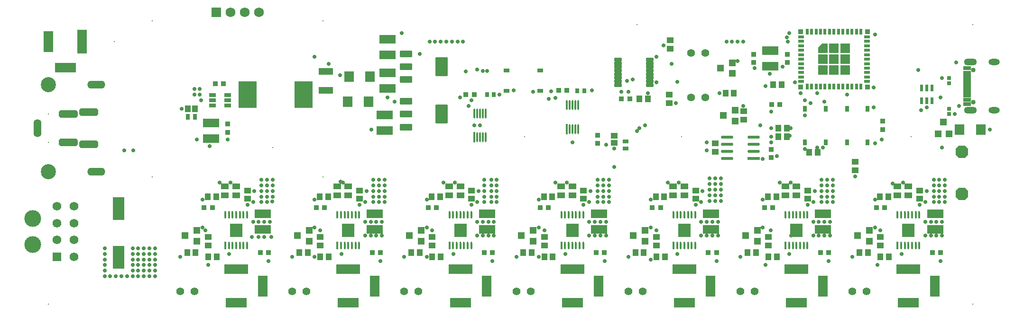
<source format=gts>
G04*
G04 #@! TF.GenerationSoftware,Altium Limited,Altium Designer,24.4.1 (13)*
G04*
G04 Layer_Color=8388736*
%FSLAX44Y44*%
%MOMM*%
G71*
G04*
G04 #@! TF.SameCoordinates,002769C6-68FF-4E06-BC95-C638BAA8078C*
G04*
G04*
G04 #@! TF.FilePolarity,Negative*
G04*
G01*
G75*
%ADD20R,1.0000X0.7000*%
%ADD23R,0.7000X1.0000*%
%ADD24R,0.9121X0.9581*%
%ADD27R,0.3408X1.3554*%
G04:AMPARAMS|DCode=28|XSize=1.3554mm|YSize=0.3408mm|CornerRadius=0.1704mm|HoleSize=0mm|Usage=FLASHONLY|Rotation=90.000|XOffset=0mm|YOffset=0mm|HoleType=Round|Shape=RoundedRectangle|*
%AMROUNDEDRECTD28*
21,1,1.3554,0.0000,0,0,90.0*
21,1,1.0147,0.3408,0,0,90.0*
1,1,0.3408,0.0000,0.5073*
1,1,0.3408,0.0000,-0.5073*
1,1,0.3408,0.0000,-0.5073*
1,1,0.3408,0.0000,0.5073*
%
%ADD28ROUNDEDRECTD28*%
%ADD32R,0.9581X0.9121*%
%ADD36R,0.6000X1.2000*%
%ADD37R,0.6725X0.7154*%
G04:AMPARAMS|DCode=38|XSize=2.1692mm|YSize=0.5821mm|CornerRadius=0.2911mm|HoleSize=0mm|Usage=FLASHONLY|Rotation=180.000|XOffset=0mm|YOffset=0mm|HoleType=Round|Shape=RoundedRectangle|*
%AMROUNDEDRECTD38*
21,1,2.1692,0.0000,0,0,180.0*
21,1,1.5870,0.5821,0,0,180.0*
1,1,0.5821,-0.7935,0.0000*
1,1,0.5821,0.7935,0.0000*
1,1,0.5821,0.7935,0.0000*
1,1,0.5821,-0.7935,0.0000*
%
%ADD38ROUNDEDRECTD38*%
%ADD39R,2.1692X0.5821*%
%ADD42R,2.0000X4.1000*%
%ADD43R,0.7581X0.8121*%
G04:AMPARAMS|DCode=44|XSize=1.8565mm|YSize=0.35mm|CornerRadius=0.175mm|HoleSize=0mm|Usage=FLASHONLY|Rotation=90.000|XOffset=0mm|YOffset=0mm|HoleType=Round|Shape=RoundedRectangle|*
%AMROUNDEDRECTD44*
21,1,1.8565,0.0000,0,0,90.0*
21,1,1.5065,0.3500,0,0,90.0*
1,1,0.3500,0.0000,0.7533*
1,1,0.3500,0.0000,-0.7533*
1,1,0.3500,0.0000,-0.7533*
1,1,0.3500,0.0000,0.7533*
%
%ADD44ROUNDEDRECTD44*%
%ADD45R,0.3500X1.8565*%
%ADD49R,2.5000X1.2500*%
%ADD57R,1.7272X1.8796*%
%ADD58R,1.1684X1.2700*%
%ADD59R,1.0032X1.2032*%
%ADD60R,2.9032X1.5032*%
%ADD61R,2.3100X2.4600*%
%ADD62R,1.4532X1.0032*%
%ADD63R,1.2032X1.0032*%
%ADD64R,1.2700X1.1684*%
G04:AMPARAMS|DCode=65|XSize=0.6032mm|YSize=1.4032mm|CornerRadius=0.1516mm|HoleSize=0mm|Usage=FLASHONLY|Rotation=270.000|XOffset=0mm|YOffset=0mm|HoleType=Round|Shape=RoundedRectangle|*
%AMROUNDEDRECTD65*
21,1,0.6032,1.1000,0,0,270.0*
21,1,0.3000,1.4032,0,0,270.0*
1,1,0.3032,-0.5500,-0.1500*
1,1,0.3032,-0.5500,0.1500*
1,1,0.3032,0.5500,0.1500*
1,1,0.3032,0.5500,-0.1500*
%
%ADD65ROUNDEDRECTD65*%
%ADD66R,1.3432X0.8032*%
%ADD67R,1.3432X0.5032*%
G04:AMPARAMS|DCode=68|XSize=1.2032mm|YSize=2.2532mm|CornerRadius=0.1516mm|HoleSize=0mm|Usage=FLASHONLY|Rotation=90.000|XOffset=0mm|YOffset=0mm|HoleType=Round|Shape=RoundedRectangle|*
%AMROUNDEDRECTD68*
21,1,1.2032,1.9500,0,0,90.0*
21,1,0.9000,2.2532,0,0,90.0*
1,1,0.3032,0.9750,0.4500*
1,1,0.3032,0.9750,-0.4500*
1,1,0.3032,-0.9750,-0.4500*
1,1,0.3032,-0.9750,0.4500*
%
%ADD68ROUNDEDRECTD68*%
G04:AMPARAMS|DCode=69|XSize=3.4532mm|YSize=2.2532mm|CornerRadius=0.1529mm|HoleSize=0mm|Usage=FLASHONLY|Rotation=90.000|XOffset=0mm|YOffset=0mm|HoleType=Round|Shape=RoundedRectangle|*
%AMROUNDEDRECTD69*
21,1,3.4532,1.9475,0,0,90.0*
21,1,3.1475,2.2532,0,0,90.0*
1,1,0.3057,0.9738,1.5738*
1,1,0.3057,0.9738,-1.5738*
1,1,0.3057,-0.9738,-1.5738*
1,1,0.3057,-0.9738,1.5738*
%
%ADD69ROUNDEDRECTD69*%
%ADD70R,0.8032X1.0032*%
%ADD71R,1.2032X0.8032*%
%ADD72R,3.2032X4.7032*%
%ADD73R,1.1032X1.2032*%
%ADD74R,1.0032X0.6032*%
%ADD75R,0.6032X1.0032*%
%ADD76R,1.6532X1.6532*%
%ADD77R,0.9032X0.9032*%
%ADD78R,1.0032X0.8032*%
%ADD79R,1.2032X1.1032*%
%ADD80C,0.2032*%
%ADD81C,1.7272*%
%ADD82R,1.7272X1.7272*%
G04:AMPARAMS|DCode=83|XSize=2.2032mm|YSize=2.2032mm|CornerRadius=0mm|HoleSize=0mm|Usage=FLASHONLY|Rotation=0.000|XOffset=0mm|YOffset=0mm|HoleType=Round|Shape=Octagon|*
%AMOCTAGOND83*
4,1,8,1.1016,-0.5508,1.1016,0.5508,0.5508,1.1016,-0.5508,1.1016,-1.1016,0.5508,-1.1016,-0.5508,-0.5508,-1.1016,0.5508,-1.1016,1.1016,-0.5508,0.0*
%
%ADD83OCTAGOND83*%

%ADD84C,1.4224*%
%ADD85R,4.2032X1.7032*%
%ADD86R,3.7032X1.7032*%
%ADD87R,1.7032X3.7032*%
%ADD88C,3.0000*%
%ADD89C,1.5700*%
%ADD90R,1.5700X1.5700*%
%ADD91O,2.3032X1.2532*%
%ADD92O,2.0032X1.1032*%
%ADD93C,0.8532*%
%ADD94C,2.7032*%
G04:AMPARAMS|DCode=95|XSize=1.4032mm|YSize=3.4032mm|CornerRadius=0mm|HoleSize=0mm|Usage=FLASHONLY|Rotation=90.000|XOffset=0mm|YOffset=0mm|HoleType=Round|Shape=Octagon|*
%AMOCTAGOND95*
4,1,8,-1.7016,-0.3508,-1.7016,0.3508,-1.3508,0.7016,1.3508,0.7016,1.7016,0.3508,1.7016,-0.3508,1.3508,-0.7016,-1.3508,-0.7016,-1.7016,-0.3508,0.0*
%
%ADD95OCTAGOND95*%

%ADD96O,1.4032X3.2032*%
%ADD97O,3.2032X1.4032*%
%ADD98R,1.7032X4.2032*%
%ADD99C,0.7032*%
G36*
X1440500Y500000D02*
X1424000D01*
Y509900D01*
X1430600Y516500D01*
X1440500D01*
Y500000D01*
D02*
G37*
D20*
X867500Y468500D02*
D03*
X927500D02*
D03*
X867500Y431500D02*
D03*
X927500D02*
D03*
D23*
X1512000Y400000D02*
D03*
Y340000D02*
D03*
X1475000Y400000D02*
D03*
Y340000D02*
D03*
X1437000Y400000D02*
D03*
Y340000D02*
D03*
X1400000Y400000D02*
D03*
Y340000D02*
D03*
D24*
X1538500Y377270D02*
D03*
Y362730D02*
D03*
X1368500Y497270D02*
D03*
Y482730D02*
D03*
X1308500Y497270D02*
D03*
Y482730D02*
D03*
X1340000Y312730D02*
D03*
Y327270D02*
D03*
X370000Y372270D02*
D03*
Y357730D02*
D03*
X1030000Y337730D02*
D03*
Y352270D02*
D03*
D27*
X365500Y154746D02*
D03*
X1565500D02*
D03*
X1365500D02*
D03*
X1165500D02*
D03*
X965500D02*
D03*
X765500D02*
D03*
X565500D02*
D03*
D28*
X372000D02*
D03*
X378500D02*
D03*
X385000D02*
D03*
X391500D02*
D03*
X398000D02*
D03*
X404500D02*
D03*
Y210254D02*
D03*
X398000D02*
D03*
X391500D02*
D03*
X385000D02*
D03*
X378500D02*
D03*
X372000D02*
D03*
X365500D02*
D03*
X1565500D02*
D03*
X1572000D02*
D03*
X1578500D02*
D03*
X1585000D02*
D03*
X1591500D02*
D03*
X1598000D02*
D03*
X1604500D02*
D03*
Y154746D02*
D03*
X1598000D02*
D03*
X1591500D02*
D03*
X1585000D02*
D03*
X1578500D02*
D03*
X1572000D02*
D03*
X1365500Y210254D02*
D03*
X1372000D02*
D03*
X1378500D02*
D03*
X1385000D02*
D03*
X1391500D02*
D03*
X1398000D02*
D03*
X1404500D02*
D03*
Y154746D02*
D03*
X1398000D02*
D03*
X1391500D02*
D03*
X1385000D02*
D03*
X1378500D02*
D03*
X1372000D02*
D03*
X1165500Y210254D02*
D03*
X1172000D02*
D03*
X1178500D02*
D03*
X1185000D02*
D03*
X1191500D02*
D03*
X1198000D02*
D03*
X1204500D02*
D03*
Y154746D02*
D03*
X1198000D02*
D03*
X1191500D02*
D03*
X1185000D02*
D03*
X1178500D02*
D03*
X1172000D02*
D03*
X965500Y210254D02*
D03*
X972000D02*
D03*
X978500D02*
D03*
X985000D02*
D03*
X991500D02*
D03*
X998000D02*
D03*
X1004500D02*
D03*
Y154746D02*
D03*
X998000D02*
D03*
X991500D02*
D03*
X985000D02*
D03*
X978500D02*
D03*
X972000D02*
D03*
X765500Y210254D02*
D03*
X772000D02*
D03*
X778500D02*
D03*
X785000D02*
D03*
X791500D02*
D03*
X798000D02*
D03*
X804500D02*
D03*
Y154746D02*
D03*
X798000D02*
D03*
X791500D02*
D03*
X785000D02*
D03*
X778500D02*
D03*
X772000D02*
D03*
X565500Y210254D02*
D03*
X572000D02*
D03*
X578500D02*
D03*
X585000D02*
D03*
X591500D02*
D03*
X598000D02*
D03*
X604500D02*
D03*
Y154746D02*
D03*
X598000D02*
D03*
X591500D02*
D03*
X585000D02*
D03*
X578500D02*
D03*
X572000D02*
D03*
D32*
X342270Y222500D02*
D03*
X327730D02*
D03*
X427730Y142500D02*
D03*
X442270D02*
D03*
X1072730Y417500D02*
D03*
X1087270D02*
D03*
X960230Y432500D02*
D03*
X974770D02*
D03*
X795000Y425000D02*
D03*
X809540D02*
D03*
X1527730Y222500D02*
D03*
X1542270D02*
D03*
X1327730D02*
D03*
X1342270D02*
D03*
X1127730D02*
D03*
X1142270D02*
D03*
X927730D02*
D03*
X942270D02*
D03*
X727730D02*
D03*
X742270D02*
D03*
X842270Y142500D02*
D03*
X827730D02*
D03*
X527730Y222500D02*
D03*
X542270D02*
D03*
X1642270Y142500D02*
D03*
X1627730D02*
D03*
X1442270D02*
D03*
X1427730D02*
D03*
X1242270D02*
D03*
X1227730D02*
D03*
X1042270D02*
D03*
X1027730D02*
D03*
X642270D02*
D03*
X627730D02*
D03*
X362270Y445000D02*
D03*
X347730D02*
D03*
X1340793Y407581D02*
D03*
X1355333D02*
D03*
D36*
X1608000Y436714D02*
D03*
X1617500D02*
D03*
X1627000D02*
D03*
Y413714D02*
D03*
X1617500D02*
D03*
X1608000D02*
D03*
D37*
X1657500Y445429D02*
D03*
Y455000D02*
D03*
Y400000D02*
D03*
Y390429D02*
D03*
D38*
X1261364Y310950D02*
D03*
Y323650D02*
D03*
Y336350D02*
D03*
Y349050D02*
D03*
X1308636D02*
D03*
Y336350D02*
D03*
Y323650D02*
D03*
D39*
Y310950D02*
D03*
D42*
X175000Y134000D02*
D03*
Y221000D02*
D03*
D43*
X1006270Y431509D02*
D03*
X993730D02*
D03*
X845000Y425000D02*
D03*
X832460D02*
D03*
D44*
X975000Y406509D02*
D03*
X980000D02*
D03*
X985000D02*
D03*
X990000D02*
D03*
X995000D02*
D03*
Y363491D02*
D03*
X990000D02*
D03*
X985000D02*
D03*
X980000D02*
D03*
X810000Y391509D02*
D03*
X815000D02*
D03*
X820000D02*
D03*
X825000D02*
D03*
X830000D02*
D03*
Y348492D02*
D03*
X825000D02*
D03*
X820000D02*
D03*
X815000D02*
D03*
D45*
X975000Y363491D02*
D03*
X810000Y348492D02*
D03*
D49*
X545000Y467000D02*
D03*
Y433000D02*
D03*
D57*
X1713796Y362500D02*
D03*
X1676204D02*
D03*
X623796Y457500D02*
D03*
X586204D02*
D03*
X621296Y412500D02*
D03*
X583704D02*
D03*
D58*
X1638000Y355000D02*
D03*
X1657152D02*
D03*
X1647500Y376176D02*
D03*
D59*
X1358293Y442580D02*
D03*
X1343293D02*
D03*
X1423098Y321535D02*
D03*
X1408098D02*
D03*
X312500Y142500D02*
D03*
X297500D02*
D03*
X349000Y242500D02*
D03*
X334000D02*
D03*
X335000Y135000D02*
D03*
X350000D02*
D03*
X1105000Y417500D02*
D03*
X1120000D02*
D03*
X1534000Y242500D02*
D03*
X1549000D02*
D03*
X1334000D02*
D03*
X1349000D02*
D03*
X1134000D02*
D03*
X1149000D02*
D03*
X934000D02*
D03*
X949000D02*
D03*
X734000D02*
D03*
X749000D02*
D03*
X534000D02*
D03*
X549000D02*
D03*
X1550000Y135000D02*
D03*
X1535000D02*
D03*
X1350000D02*
D03*
X1335000D02*
D03*
X1150000D02*
D03*
X1135000D02*
D03*
X950000D02*
D03*
X935000D02*
D03*
X750000D02*
D03*
X735000D02*
D03*
X550000D02*
D03*
X535000D02*
D03*
X1352500Y365000D02*
D03*
X1367500D02*
D03*
X1352500Y350000D02*
D03*
X1367500D02*
D03*
X1497500Y142500D02*
D03*
X1512500D02*
D03*
X1297500D02*
D03*
X1312500D02*
D03*
X1097500D02*
D03*
X1112500D02*
D03*
X897500D02*
D03*
X912500D02*
D03*
X697500D02*
D03*
X712500D02*
D03*
X497500D02*
D03*
X512500D02*
D03*
X1273293Y427581D02*
D03*
X1258293D02*
D03*
D60*
X1338500Y476000D02*
D03*
Y504000D02*
D03*
X432500Y183500D02*
D03*
Y211500D02*
D03*
X1632500D02*
D03*
Y183500D02*
D03*
X1432500Y211500D02*
D03*
Y183500D02*
D03*
X1232500Y211500D02*
D03*
Y183500D02*
D03*
X1032500Y211500D02*
D03*
Y183500D02*
D03*
X832500Y211500D02*
D03*
Y183500D02*
D03*
X632500Y211500D02*
D03*
Y183500D02*
D03*
X340000Y374000D02*
D03*
Y346000D02*
D03*
X650000Y389000D02*
D03*
Y361000D02*
D03*
X655000Y464000D02*
D03*
Y436000D02*
D03*
Y496000D02*
D03*
Y524000D02*
D03*
D61*
X385000Y182500D02*
D03*
X1585000D02*
D03*
X1385000D02*
D03*
X1185000D02*
D03*
X985000D02*
D03*
X785000D02*
D03*
X585000D02*
D03*
D62*
X365000Y244500D02*
D03*
Y260500D02*
D03*
X385000Y244500D02*
D03*
Y260500D02*
D03*
X1585000D02*
D03*
Y244500D02*
D03*
X1565000Y260500D02*
D03*
Y244500D02*
D03*
X1385000Y260500D02*
D03*
Y244500D02*
D03*
X1365000Y260500D02*
D03*
Y244500D02*
D03*
X1185000Y260500D02*
D03*
Y244500D02*
D03*
X1165000Y260500D02*
D03*
Y244500D02*
D03*
X985000Y260500D02*
D03*
Y244500D02*
D03*
X965000Y260500D02*
D03*
Y244500D02*
D03*
X785000Y260500D02*
D03*
Y244500D02*
D03*
X765000Y260500D02*
D03*
Y244500D02*
D03*
X585000Y260500D02*
D03*
Y244500D02*
D03*
X565000Y260500D02*
D03*
Y244500D02*
D03*
D63*
X405000Y253500D02*
D03*
Y238500D02*
D03*
X335000Y155000D02*
D03*
Y170000D02*
D03*
X1605000Y238500D02*
D03*
Y253500D02*
D03*
X1405000Y238500D02*
D03*
Y253500D02*
D03*
X1205000Y238500D02*
D03*
Y253500D02*
D03*
X1005000Y238500D02*
D03*
Y253500D02*
D03*
X805000Y238500D02*
D03*
Y253500D02*
D03*
X605000Y238500D02*
D03*
Y253500D02*
D03*
X1240000Y337500D02*
D03*
Y322500D02*
D03*
X1535000Y170000D02*
D03*
Y155000D02*
D03*
X1335000Y170000D02*
D03*
Y155000D02*
D03*
X1135000Y170000D02*
D03*
Y155000D02*
D03*
X935000Y170000D02*
D03*
Y155000D02*
D03*
X735000Y170000D02*
D03*
Y155000D02*
D03*
X535000Y170000D02*
D03*
Y155000D02*
D03*
X1490000Y290000D02*
D03*
Y305000D02*
D03*
X1157500Y410000D02*
D03*
Y425000D02*
D03*
X1160000Y507500D02*
D03*
Y522500D02*
D03*
X1290793Y380081D02*
D03*
Y395081D02*
D03*
D64*
X293824Y172500D02*
D03*
X315000Y182152D02*
D03*
Y163000D02*
D03*
X1515000D02*
D03*
Y182152D02*
D03*
X1493824Y172500D02*
D03*
X1315000Y163000D02*
D03*
Y182152D02*
D03*
X1293824Y172500D02*
D03*
X1115000Y163000D02*
D03*
Y182152D02*
D03*
X1093824Y172500D02*
D03*
X915000Y163000D02*
D03*
Y182152D02*
D03*
X893824Y172500D02*
D03*
X715000Y163000D02*
D03*
Y182152D02*
D03*
X693824Y172500D02*
D03*
X515000Y163000D02*
D03*
Y182152D02*
D03*
X493824Y172500D02*
D03*
X1275793Y378080D02*
D03*
Y397233D02*
D03*
X1254617Y387581D02*
D03*
X1270793Y463081D02*
D03*
Y482233D02*
D03*
X1249617Y472581D02*
D03*
D65*
X1066500Y487750D02*
D03*
Y481250D02*
D03*
Y474750D02*
D03*
Y468250D02*
D03*
Y461750D02*
D03*
Y455250D02*
D03*
Y448750D02*
D03*
Y442250D02*
D03*
X1123500Y487750D02*
D03*
Y481250D02*
D03*
Y474750D02*
D03*
Y468250D02*
D03*
Y461750D02*
D03*
Y455250D02*
D03*
Y448750D02*
D03*
Y442250D02*
D03*
D66*
X1690000Y408214D02*
D03*
Y416214D02*
D03*
Y464214D02*
D03*
Y472214D02*
D03*
D67*
Y422714D02*
D03*
Y427714D02*
D03*
Y432714D02*
D03*
Y437714D02*
D03*
Y442714D02*
D03*
Y447714D02*
D03*
Y452714D02*
D03*
Y457714D02*
D03*
D68*
X688250Y498000D02*
D03*
Y475000D02*
D03*
Y452000D02*
D03*
Y367000D02*
D03*
Y390000D02*
D03*
Y413000D02*
D03*
D69*
X751750Y475000D02*
D03*
Y390000D02*
D03*
D70*
X298500Y385000D02*
D03*
X311500D02*
D03*
D71*
X370000Y424500D02*
D03*
Y415000D02*
D03*
Y405500D02*
D03*
X342500D02*
D03*
Y415000D02*
D03*
Y424500D02*
D03*
D72*
X405000Y425000D02*
D03*
X505000D02*
D03*
D73*
X298500Y400000D02*
D03*
X311500D02*
D03*
D74*
X1393000Y528500D02*
D03*
Y520500D02*
D03*
Y512500D02*
D03*
Y504500D02*
D03*
Y496500D02*
D03*
Y488500D02*
D03*
Y480500D02*
D03*
Y472500D02*
D03*
Y464500D02*
D03*
Y456500D02*
D03*
Y448500D02*
D03*
X1511000D02*
D03*
Y456500D02*
D03*
Y464500D02*
D03*
Y472500D02*
D03*
Y480500D02*
D03*
Y488500D02*
D03*
Y496500D02*
D03*
Y504500D02*
D03*
Y512500D02*
D03*
Y520500D02*
D03*
Y528500D02*
D03*
D75*
X1404000Y439500D02*
D03*
X1412000D02*
D03*
X1420000D02*
D03*
X1428000D02*
D03*
X1436000D02*
D03*
X1444000D02*
D03*
X1452000D02*
D03*
X1460000D02*
D03*
X1468000D02*
D03*
X1476000D02*
D03*
X1484000D02*
D03*
X1492000D02*
D03*
X1500000D02*
D03*
Y537500D02*
D03*
X1492000D02*
D03*
X1484000D02*
D03*
X1476000D02*
D03*
X1468000D02*
D03*
X1460000D02*
D03*
X1452000D02*
D03*
X1444000D02*
D03*
X1436000D02*
D03*
X1428000D02*
D03*
X1420000D02*
D03*
X1412000D02*
D03*
X1404000D02*
D03*
D76*
X1452000Y488500D02*
D03*
X1471750Y508250D02*
D03*
X1452000D02*
D03*
X1432250Y488500D02*
D03*
Y468750D02*
D03*
X1452000D02*
D03*
X1471750D02*
D03*
Y488500D02*
D03*
D77*
X1392500Y538000D02*
D03*
Y439000D02*
D03*
X1511500D02*
D03*
Y538000D02*
D03*
D78*
X1080000Y341500D02*
D03*
Y328500D02*
D03*
D79*
X1060000Y338500D02*
D03*
Y351500D02*
D03*
D80*
X235200Y277500D02*
D03*
X540000D02*
D03*
Y556900D02*
D03*
X235200D02*
D03*
X1100000Y550000D02*
D03*
X1700000D02*
D03*
X1590000Y350000D02*
D03*
X50000Y50000D02*
D03*
X167500Y520000D02*
D03*
X450000Y330000D02*
D03*
X900000Y350000D02*
D03*
X1180000D02*
D03*
X1700000Y50000D02*
D03*
X50000Y340000D02*
D03*
Y390000D02*
D03*
D81*
X425700Y572140D02*
D03*
X400300D02*
D03*
X374900D02*
D03*
D82*
X349500D02*
D03*
D83*
X1680000Y247000D02*
D03*
Y323000D02*
D03*
D84*
X285000Y72500D02*
D03*
X310400D02*
D03*
X1222400Y500000D02*
D03*
X1197000D02*
D03*
X510400Y72500D02*
D03*
X485000D02*
D03*
X1510400D02*
D03*
X1485000D02*
D03*
X1310400D02*
D03*
X1285000D02*
D03*
X1110400D02*
D03*
X1085000D02*
D03*
X910400D02*
D03*
X885000D02*
D03*
X710400D02*
D03*
X685000D02*
D03*
X1222400Y420000D02*
D03*
X1197000D02*
D03*
D85*
X385000Y112500D02*
D03*
X1585000D02*
D03*
X1385000D02*
D03*
X1185000D02*
D03*
X985000D02*
D03*
X785000D02*
D03*
X585000D02*
D03*
D86*
X385000Y52500D02*
D03*
X1585000D02*
D03*
X1385000D02*
D03*
X1185000D02*
D03*
X985000D02*
D03*
X785000D02*
D03*
X585000D02*
D03*
X80000Y473000D02*
D03*
D87*
X432000Y82500D02*
D03*
X1632000D02*
D03*
X1432000D02*
D03*
X1232000D02*
D03*
X1032000D02*
D03*
X832000D02*
D03*
X632000D02*
D03*
X50000Y520000D02*
D03*
D88*
X21800Y156500D02*
D03*
Y203500D02*
D03*
D89*
X65000Y225100D02*
D03*
Y195100D02*
D03*
Y165100D02*
D03*
X95000Y135100D02*
D03*
Y165100D02*
D03*
Y195100D02*
D03*
Y225100D02*
D03*
D90*
X65000Y135100D02*
D03*
D91*
X1695700Y397014D02*
D03*
Y483414D02*
D03*
D92*
X1737500Y397014D02*
D03*
Y483414D02*
D03*
D93*
X1700700Y469114D02*
D03*
Y411314D02*
D03*
D94*
X50000Y287000D02*
D03*
Y443000D02*
D03*
D95*
X121500Y394000D02*
D03*
Y336000D02*
D03*
X85000Y390000D02*
D03*
Y340000D02*
D03*
D96*
X30000Y365000D02*
D03*
D97*
X135000Y287000D02*
D03*
Y443000D02*
D03*
D98*
X110000Y520000D02*
D03*
D99*
X1556940Y266310D02*
D03*
X827460Y272500D02*
D03*
X832500Y467500D02*
D03*
X827460Y232500D02*
D03*
Y242500D02*
D03*
Y252500D02*
D03*
Y262500D02*
D03*
X840000D02*
D03*
Y242500D02*
D03*
Y252500D02*
D03*
Y272500D02*
D03*
Y232500D02*
D03*
X850000Y242500D02*
D03*
Y272500D02*
D03*
Y252500D02*
D03*
Y232500D02*
D03*
Y262500D02*
D03*
X855040Y425000D02*
D03*
X825000Y467500D02*
D03*
X915000Y430000D02*
D03*
X880000Y432500D02*
D03*
X425000Y170000D02*
D03*
X392500Y175000D02*
D03*
X329960Y182500D02*
D03*
X570000Y460040D02*
D03*
X355000Y267500D02*
D03*
X375000D02*
D03*
X430000Y272500D02*
D03*
X450000Y262500D02*
D03*
X377500Y182500D02*
D03*
Y190000D02*
D03*
X440000Y252500D02*
D03*
X430000Y242500D02*
D03*
X417500Y252500D02*
D03*
X430000Y262500D02*
D03*
X440000Y272500D02*
D03*
X430000Y252500D02*
D03*
X415000Y232500D02*
D03*
X440000Y262500D02*
D03*
X450000Y272500D02*
D03*
X405000Y227500D02*
D03*
X415000Y197500D02*
D03*
X440000Y232500D02*
D03*
X392500Y182500D02*
D03*
X450000Y242500D02*
D03*
X448936Y233564D02*
D03*
X425000Y197500D02*
D03*
X435000Y197500D02*
D03*
X655000Y420000D02*
D03*
X412500Y170000D02*
D03*
X445000Y197500D02*
D03*
X571064Y268936D02*
D03*
X525000Y237500D02*
D03*
X1060000Y295196D02*
D03*
X625795Y362380D02*
D03*
X525000Y492500D02*
D03*
X550000Y480000D02*
D03*
X1135000Y492460D02*
D03*
X1147968Y513454D02*
D03*
X1667500Y390000D02*
D03*
X1730000Y362500D02*
D03*
X1115000Y370000D02*
D03*
X1450000Y272500D02*
D03*
X1422500Y330000D02*
D03*
X1432500D02*
D03*
X1340000Y340000D02*
D03*
X1645000Y330000D02*
D03*
X1370000Y520000D02*
D03*
X1367500Y527500D02*
D03*
X790000Y520000D02*
D03*
X1162500Y480000D02*
D03*
X1280000Y485040D02*
D03*
X1360000Y474960D02*
D03*
X1310000Y472500D02*
D03*
X1337599Y462401D02*
D03*
X1382540Y447500D02*
D03*
X1247500Y427460D02*
D03*
X1422500D02*
D03*
X1392500D02*
D03*
X1120000Y427500D02*
D03*
X1085000Y430000D02*
D03*
X1072500D02*
D03*
X1400000Y415000D02*
D03*
X1475000Y425000D02*
D03*
X1522500Y402500D02*
D03*
X1435000Y412500D02*
D03*
X1400000Y327500D02*
D03*
X1375000Y365000D02*
D03*
X1400000Y387500D02*
D03*
X325000Y187500D02*
D03*
Y237500D02*
D03*
X440000Y242500D02*
D03*
X450000Y252500D02*
D03*
X335000Y120000D02*
D03*
X442500Y127500D02*
D03*
X285000Y135000D02*
D03*
X372500Y140000D02*
D03*
X447314Y170186D02*
D03*
X435000Y170000D02*
D03*
X377500Y175000D02*
D03*
X385000Y182500D02*
D03*
X392500Y190000D02*
D03*
X430000Y232500D02*
D03*
X185000Y325000D02*
D03*
X1060000Y328850D02*
D03*
X201270Y325040D02*
D03*
X1082500Y450049D02*
D03*
X1092500Y452500D02*
D03*
X1135000Y447500D02*
D03*
X1170000Y410000D02*
D03*
X1172500Y448055D02*
D03*
X1522500Y437500D02*
D03*
X947500Y430991D02*
D03*
X1330000Y440000D02*
D03*
X1020000Y432540D02*
D03*
X1340056Y395040D02*
D03*
X1320202Y369798D02*
D03*
X1373172Y351828D02*
D03*
X1225000Y325040D02*
D03*
X1645000Y454960D02*
D03*
X1602500Y468754D02*
D03*
X1489919Y278293D02*
D03*
X1607500Y397500D02*
D03*
X1617500Y402540D02*
D03*
X1670000Y482500D02*
D03*
X1675000Y405000D02*
D03*
X1642500Y420000D02*
D03*
X315000Y345000D02*
D03*
X985000Y340000D02*
D03*
X1045000Y335000D02*
D03*
X370000Y345000D02*
D03*
X1105000Y365000D02*
D03*
X1225000Y340000D02*
D03*
X1350000Y315000D02*
D03*
X1410000Y410000D02*
D03*
X1325000Y310000D02*
D03*
X1340000Y350000D02*
D03*
X795000Y466945D02*
D03*
X815000Y470000D02*
D03*
X712500Y497500D02*
D03*
X784656Y420344D02*
D03*
X667500Y412500D02*
D03*
X805000Y415040D02*
D03*
X310000Y425000D02*
D03*
Y435000D02*
D03*
X320000D02*
D03*
Y425000D02*
D03*
X1324920Y237500D02*
D03*
Y187500D02*
D03*
X1338810Y182500D02*
D03*
X1250000Y275000D02*
D03*
X1240000D02*
D03*
X1250000Y265000D02*
D03*
X1240000D02*
D03*
X1250000Y255000D02*
D03*
X1230000Y275000D02*
D03*
X1250000Y245000D02*
D03*
X1230000Y265000D02*
D03*
X1240000Y255000D02*
D03*
X925000Y237500D02*
D03*
X1040000Y272500D02*
D03*
X1050000D02*
D03*
X1100000Y360000D02*
D03*
X1230000Y255000D02*
D03*
X1250000Y235000D02*
D03*
X1240000Y245000D02*
D03*
X1217500Y252500D02*
D03*
X1240000Y235000D02*
D03*
X1230000Y245000D02*
D03*
X337500Y332500D02*
D03*
X287500Y400000D02*
D03*
X322500Y415000D02*
D03*
X680000Y535000D02*
D03*
X730000Y520000D02*
D03*
X770000D02*
D03*
X750000D02*
D03*
X740000D02*
D03*
X780000D02*
D03*
X760000D02*
D03*
X1290000D02*
D03*
X1280000D02*
D03*
X1270000D02*
D03*
X1260000D02*
D03*
X1525000Y532500D02*
D03*
X1372500Y535000D02*
D03*
X1340000Y365000D02*
D03*
X1525000Y337500D02*
D03*
X1537500Y345000D02*
D03*
X1432250Y488500D02*
D03*
X1290000Y405000D02*
D03*
X190000Y100000D02*
D03*
X180000D02*
D03*
X170000D02*
D03*
X160000D02*
D03*
X150000D02*
D03*
Y110000D02*
D03*
Y120000D02*
D03*
Y130000D02*
D03*
Y140000D02*
D03*
Y150000D02*
D03*
X240000Y100000D02*
D03*
Y110000D02*
D03*
Y120000D02*
D03*
Y130000D02*
D03*
Y140000D02*
D03*
Y150000D02*
D03*
X230000D02*
D03*
Y140000D02*
D03*
Y130000D02*
D03*
Y120000D02*
D03*
Y110000D02*
D03*
Y100000D02*
D03*
X220000D02*
D03*
Y110000D02*
D03*
Y120000D02*
D03*
Y130000D02*
D03*
Y140000D02*
D03*
Y150000D02*
D03*
X210000Y100000D02*
D03*
Y110000D02*
D03*
Y120000D02*
D03*
Y130000D02*
D03*
Y140000D02*
D03*
Y150000D02*
D03*
X200000Y100000D02*
D03*
Y110000D02*
D03*
Y120000D02*
D03*
Y130000D02*
D03*
Y140000D02*
D03*
Y150000D02*
D03*
X1432250Y508250D02*
D03*
X1471750Y468750D02*
D03*
X1452000D02*
D03*
X1432250D02*
D03*
X1452000Y508250D02*
D03*
X1471750D02*
D03*
Y488500D02*
D03*
X1452000D02*
D03*
X800000Y405000D02*
D03*
X942500Y417500D02*
D03*
X955000Y419368D02*
D03*
X1530000Y120000D02*
D03*
X1378564Y183564D02*
D03*
X1375186Y172686D02*
D03*
X1485000Y135000D02*
D03*
X1330000Y120000D02*
D03*
X1125000Y130000D02*
D03*
X925000Y135000D02*
D03*
X725000D02*
D03*
X525000D02*
D03*
X525000Y187500D02*
D03*
X810000Y370000D02*
D03*
X820000D02*
D03*
X1615000Y172500D02*
D03*
X1630000Y242500D02*
D03*
X1640000Y262500D02*
D03*
X1630000D02*
D03*
X1615000Y197500D02*
D03*
X1645000D02*
D03*
X1640000Y232500D02*
D03*
X1615000D02*
D03*
X1605000Y227500D02*
D03*
X1650000Y272500D02*
D03*
X1640000D02*
D03*
X1630000D02*
D03*
X1625000Y197500D02*
D03*
X1635000D02*
D03*
X1625000Y172500D02*
D03*
X1635000D02*
D03*
X1642500Y127500D02*
D03*
X1525000Y237500D02*
D03*
Y187500D02*
D03*
X1535000Y182500D02*
D03*
X1617500Y252500D02*
D03*
X1575000Y267500D02*
D03*
X1592500Y182500D02*
D03*
Y190000D02*
D03*
Y175000D02*
D03*
X1577500Y190000D02*
D03*
X1585000Y182500D02*
D03*
X1577500D02*
D03*
Y175000D02*
D03*
X1572500Y140000D02*
D03*
X1205000Y227500D02*
D03*
X1245000Y172500D02*
D03*
X1225000Y197500D02*
D03*
X1235000D02*
D03*
Y172500D02*
D03*
X1225000D02*
D03*
X1242500Y127500D02*
D03*
X1125000Y237500D02*
D03*
Y187500D02*
D03*
X1135000Y182500D02*
D03*
X1175000Y267500D02*
D03*
X1155000D02*
D03*
X1085000Y135000D02*
D03*
X1192500Y182500D02*
D03*
Y175000D02*
D03*
Y190000D02*
D03*
X1177500D02*
D03*
X1185000Y182500D02*
D03*
X1177500D02*
D03*
Y175000D02*
D03*
X1172500Y140000D02*
D03*
X1440000Y242500D02*
D03*
X1430000Y252500D02*
D03*
Y262500D02*
D03*
X1445000Y197500D02*
D03*
X1430000Y232500D02*
D03*
X1415000D02*
D03*
X1405000Y227500D02*
D03*
X1450000Y242500D02*
D03*
Y252500D02*
D03*
Y262500D02*
D03*
X1440000Y272500D02*
D03*
X1430000D02*
D03*
X1425000Y197500D02*
D03*
X1435000D02*
D03*
Y172500D02*
D03*
X1425000D02*
D03*
X1442500Y127500D02*
D03*
X1417500Y252500D02*
D03*
X1375000Y267500D02*
D03*
X1355000D02*
D03*
X1285000Y135000D02*
D03*
X1392500Y182500D02*
D03*
Y175000D02*
D03*
Y190000D02*
D03*
X1377500D02*
D03*
X1385000Y182500D02*
D03*
X1372500Y140000D02*
D03*
X1245000Y197500D02*
D03*
X1230000Y235000D02*
D03*
X1215000Y232500D02*
D03*
X1040000Y242500D02*
D03*
X1030000D02*
D03*
X1040000Y262500D02*
D03*
X1030000D02*
D03*
X1015000Y197500D02*
D03*
X1045000D02*
D03*
X1005000Y227500D02*
D03*
X1050000Y262500D02*
D03*
X1030000Y272500D02*
D03*
X1025000Y197500D02*
D03*
X1035000D02*
D03*
Y172500D02*
D03*
X1025000D02*
D03*
X1042500Y127500D02*
D03*
X925000Y187500D02*
D03*
X935000Y182500D02*
D03*
X1017500Y252500D02*
D03*
X975000Y267500D02*
D03*
X955000D02*
D03*
X885000Y135000D02*
D03*
X992500Y182500D02*
D03*
Y175000D02*
D03*
Y190000D02*
D03*
X977500D02*
D03*
X985000Y182500D02*
D03*
X977500D02*
D03*
Y175000D02*
D03*
X972500Y140000D02*
D03*
X815000Y232500D02*
D03*
X835000Y197500D02*
D03*
X825000D02*
D03*
X835000Y172500D02*
D03*
X825000D02*
D03*
X842500Y127500D02*
D03*
X725000Y237500D02*
D03*
Y187500D02*
D03*
X735000Y182500D02*
D03*
X817500Y252500D02*
D03*
X775000Y267500D02*
D03*
X755000D02*
D03*
X685000Y135000D02*
D03*
X792500Y182500D02*
D03*
Y175000D02*
D03*
Y190000D02*
D03*
X777500D02*
D03*
X785000Y182500D02*
D03*
X777500D02*
D03*
Y175000D02*
D03*
X772500Y140000D02*
D03*
X615000Y172500D02*
D03*
X640000Y242500D02*
D03*
Y262500D02*
D03*
X650000D02*
D03*
Y272500D02*
D03*
X635000Y197500D02*
D03*
X625000D02*
D03*
X635000Y172500D02*
D03*
X625000D02*
D03*
X642500Y127500D02*
D03*
X535000Y182500D02*
D03*
X617500Y252500D02*
D03*
X575000Y267500D02*
D03*
X485000Y135000D02*
D03*
X592500Y182500D02*
D03*
Y175000D02*
D03*
Y190000D02*
D03*
X577500D02*
D03*
X585000Y182500D02*
D03*
X577500D02*
D03*
Y175000D02*
D03*
X572500Y140000D02*
D03*
X815000Y172500D02*
D03*
X845000Y197500D02*
D03*
Y172500D02*
D03*
X640000Y252500D02*
D03*
X630000Y262500D02*
D03*
X615000Y197500D02*
D03*
X645000D02*
D03*
X640000Y232500D02*
D03*
X645000Y172500D02*
D03*
X650000Y242500D02*
D03*
X1640000D02*
D03*
Y252500D02*
D03*
X1630000D02*
D03*
Y232500D02*
D03*
X1650000D02*
D03*
X1645000Y172500D02*
D03*
X1650000Y242500D02*
D03*
Y252500D02*
D03*
Y262500D02*
D03*
X1415000Y172500D02*
D03*
X1430000Y242500D02*
D03*
X1440000Y252500D02*
D03*
Y262500D02*
D03*
X1415000Y197500D02*
D03*
X1440000Y232500D02*
D03*
X1450000D02*
D03*
X1445000Y172500D02*
D03*
X1215000D02*
D03*
Y197500D02*
D03*
X1015000Y172500D02*
D03*
X1040000Y252500D02*
D03*
X1030000D02*
D03*
X1040000Y232500D02*
D03*
X1030000D02*
D03*
X1015000D02*
D03*
X1050000D02*
D03*
X1045000Y172500D02*
D03*
X1050000Y242500D02*
D03*
Y252500D02*
D03*
X815000Y197500D02*
D03*
X805000Y227500D02*
D03*
X630000Y242500D02*
D03*
Y252500D02*
D03*
Y232500D02*
D03*
X615000D02*
D03*
X605000Y227500D02*
D03*
X650000Y232500D02*
D03*
Y252500D02*
D03*
X640000Y272500D02*
D03*
X630000D02*
D03*
M02*

</source>
